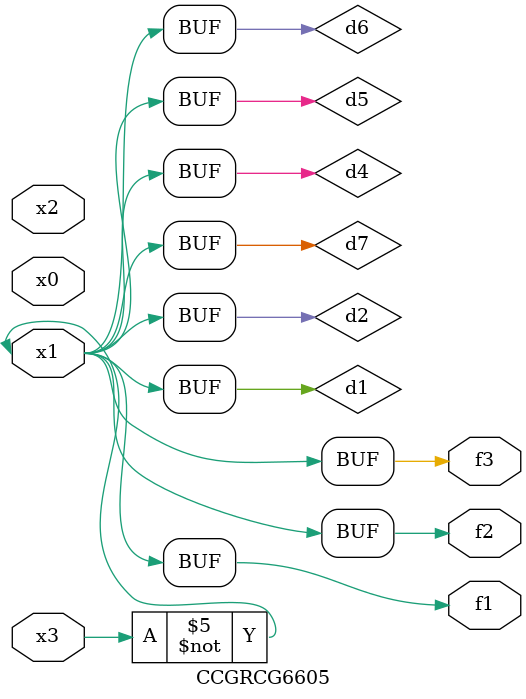
<source format=v>
module CCGRCG6605(
	input x0, x1, x2, x3,
	output f1, f2, f3
);

	wire d1, d2, d3, d4, d5, d6, d7;

	not (d1, x3);
	buf (d2, x1);
	xnor (d3, d1, d2);
	nor (d4, d1);
	buf (d5, d1, d2);
	buf (d6, d4, d5);
	nand (d7, d4);
	assign f1 = d6;
	assign f2 = d7;
	assign f3 = d6;
endmodule

</source>
